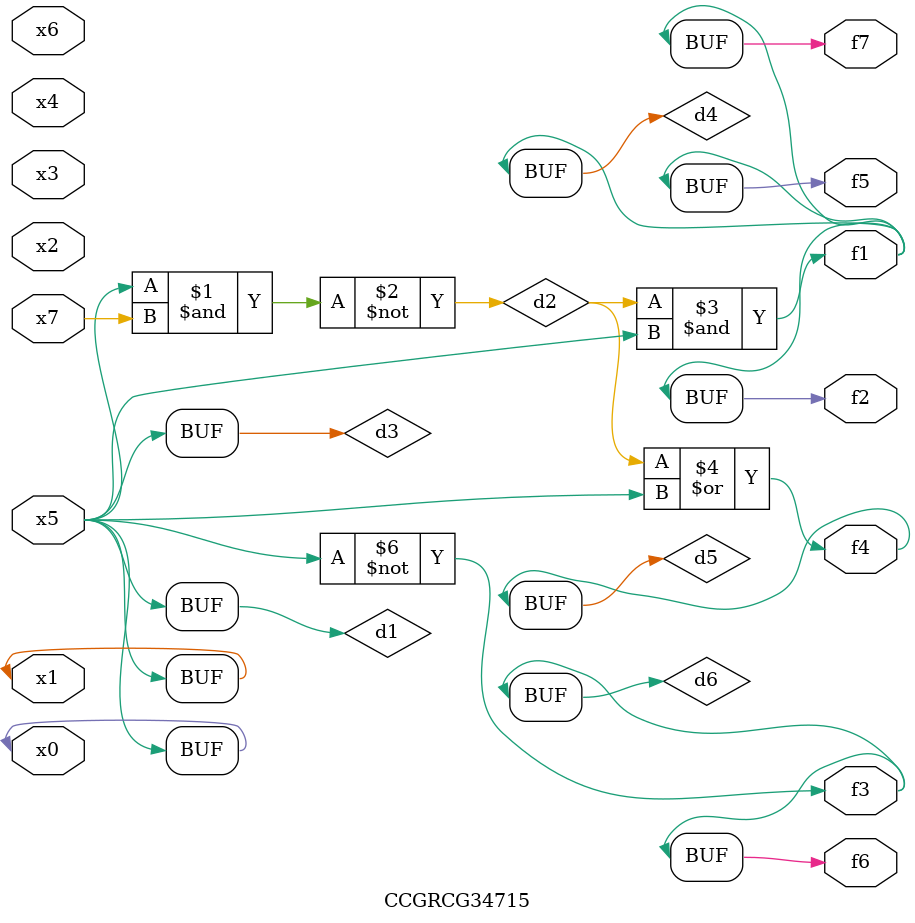
<source format=v>
module CCGRCG34715(
	input x0, x1, x2, x3, x4, x5, x6, x7,
	output f1, f2, f3, f4, f5, f6, f7
);

	wire d1, d2, d3, d4, d5, d6;

	buf (d1, x0, x5);
	nand (d2, x5, x7);
	buf (d3, x0, x1);
	and (d4, d2, d3);
	or (d5, d2, d3);
	nor (d6, d1, d3);
	assign f1 = d4;
	assign f2 = d4;
	assign f3 = d6;
	assign f4 = d5;
	assign f5 = d4;
	assign f6 = d6;
	assign f7 = d4;
endmodule

</source>
